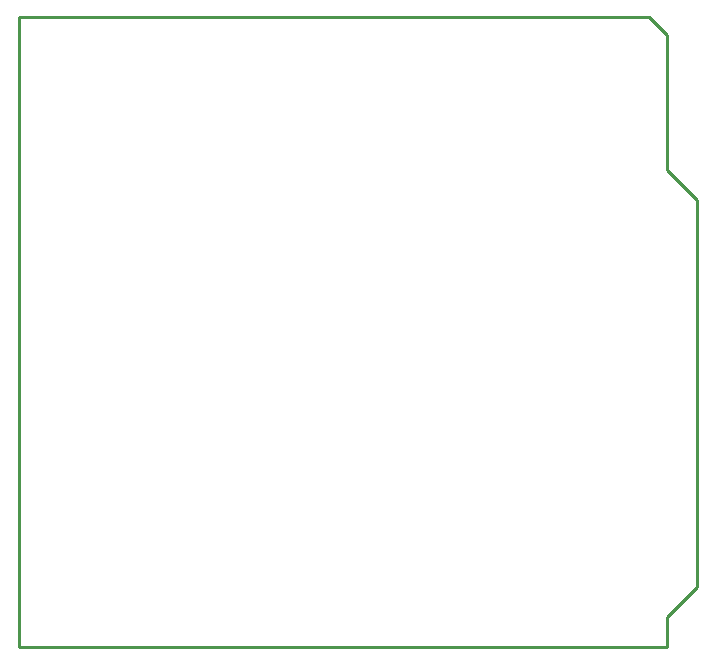
<source format=gko>
G04 Layer: BoardOutlineLayer*
G04 EasyEDA v6.5.40, 2024-05-12 15:51:58*
G04 49c0d29adba348579b594a98eefbc0f5,633559c1653544b899bb7edc1c986e09,10*
G04 Gerber Generator version 0.2*
G04 Scale: 100 percent, Rotated: No, Reflected: No *
G04 Dimensions in millimeters *
G04 leading zeros omitted , absolute positions ,4 integer and 5 decimal *
%FSLAX45Y45*%
%MOMM*%

%ADD10C,0.2540*%
D10*
X12700Y5346700D02*
G01*
X5346700Y5346700D01*
X5499100Y5194300D01*
X5499100Y4051300D01*
X5753100Y3797300D01*
X5753100Y520700D01*
X5499100Y266700D01*
X5499100Y12700D01*
X12700Y12700D01*
X12700Y5346700D01*

%LPD*%
M02*

</source>
